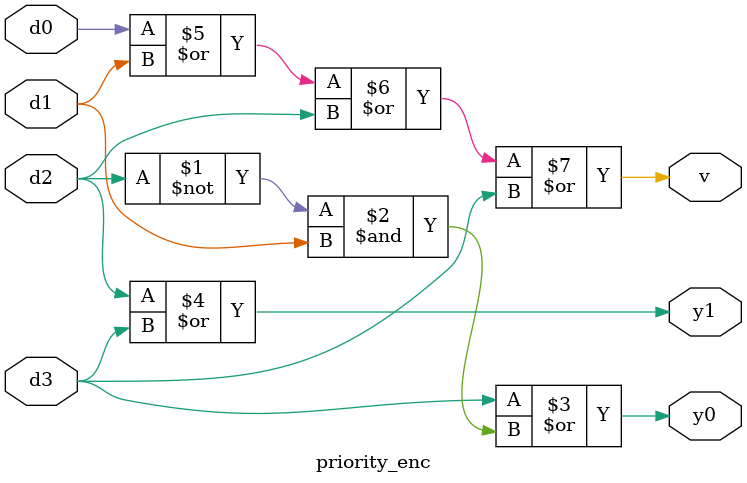
<source format=v>
`timescale 1ns / 1ps

module priority_enc(
        input d0, d1, d2, d3,
        output y0, y1, v
    );
    
assign y0 = d3 | (~d2 & d1);
assign y1 = d2 | d3;
assign v = d0 | d1 | d2 | d3;

endmodule

</source>
